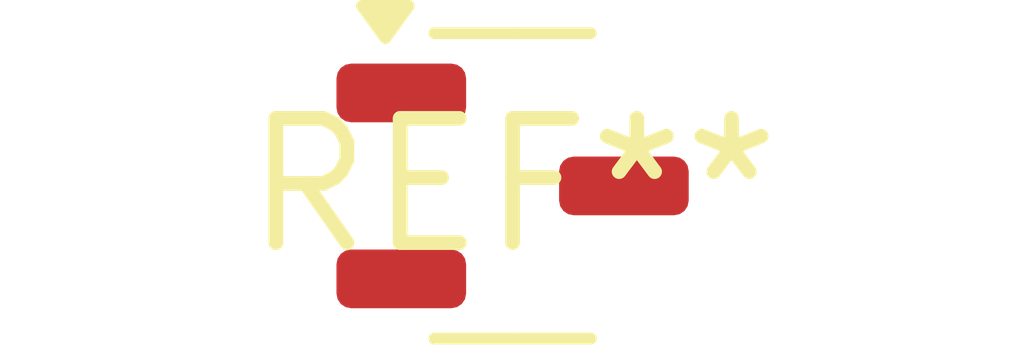
<source format=kicad_pcb>
(kicad_pcb (version 20240108) (generator pcbnew)
  (layers (0 "F.Cu" signal) (31 "B.Cu" signal) (34 "B.Paste" user) (35 "F.Paste" user) (36 "B.SilkS" user "B.Silkscreen") (37 "F.SilkS" user "F.Silkscreen") (38 "B.Mask" user) (39 "F.Mask" user) (44 "Edge.Cuts" user))
  (net 0 "")
  (footprint "SOT-23-3" (layer "F.Cu") (at 0 0)
    (property "Reference" "REF**")
    (property "Value" "SOT-23-3")
    (fp_line (start 0 -1.56) (end -0.8 -1.56) (layer "F.SilkS") (stroke (width 0.12)))
    (fp_line (start 0 -1.56) (end 0.8 -1.56) (layer "F.SilkS") (stroke (width 0.12)))
    (fp_line (start 0 1.56) (end -0.8 1.56) (layer "F.SilkS") (stroke (width 0.12)))
    (fp_line (start 0 1.56) (end 0.8 1.56) (layer "F.SilkS") (stroke (width 0.12)))
    (fp_poly (pts (xy -1.3 -1.51) (xy -1.54 -1.84) (xy -1.06 -1.84) (xy -1.3 -1.51)) (layer "F.SilkS") (stroke (width 0.12)) (fill solid))
    (pad "1" smd roundrect (at -1.1375 -0.95) (size 1.325 0.6) (layers "F.Cu" "F.Paste" "F.Mask"))
    (pad "2" smd roundrect (at -1.1375 0.95) (size 1.325 0.6) (layers "F.Cu" "F.Paste" "F.Mask"))
    (pad "3" smd roundrect (at 1.1375 0) (size 1.325 0.6) (layers "F.Cu" "F.Paste" "F.Mask"))
  )
)
</source>
